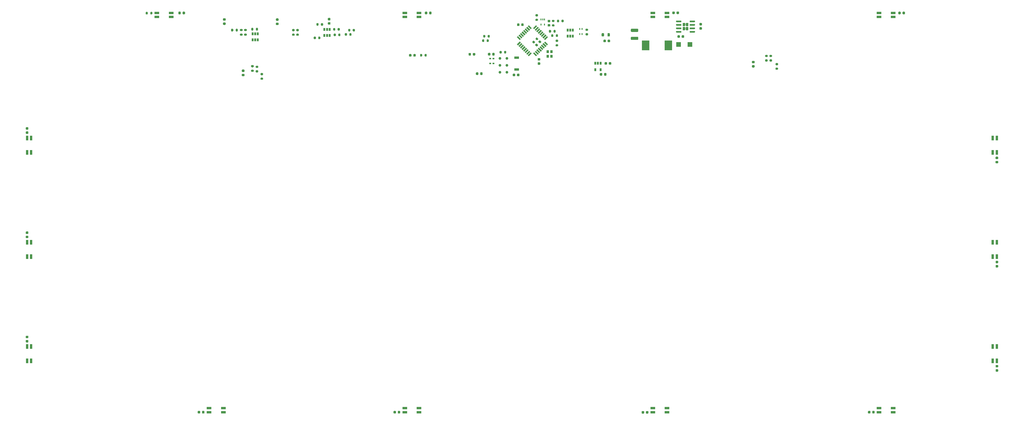
<source format=gbr>
%TF.GenerationSoftware,KiCad,Pcbnew,(5.1.8)-1*%
%TF.CreationDate,2021-09-26T17:56:29+10:00*%
%TF.ProjectId,tkl_keyboard,746b6c5f-6b65-4796-926f-6172642e6b69,rev?*%
%TF.SameCoordinates,Original*%
%TF.FileFunction,Paste,Top*%
%TF.FilePolarity,Positive*%
%FSLAX46Y46*%
G04 Gerber Fmt 4.6, Leading zero omitted, Abs format (unit mm)*
G04 Created by KiCad (PCBNEW (5.1.8)-1) date 2021-09-26 17:56:29*
%MOMM*%
%LPD*%
G01*
G04 APERTURE LIST*
%ADD10R,0.820000X1.800000*%
%ADD11R,1.800000X0.820000*%
%ADD12R,0.400000X0.650000*%
%ADD13R,0.700000X1.000000*%
%ADD14R,2.700000X3.600000*%
%ADD15R,1.800000X1.800000*%
%ADD16C,1.000000*%
%ADD17R,0.450000X0.750000*%
%ADD18R,1.700000X0.900000*%
%ADD19R,0.650000X1.060000*%
%ADD20C,0.100000*%
%ADD21R,0.850000X1.000000*%
%ADD22R,0.800000X0.600000*%
G04 APERTURE END LIST*
D10*
%TO.C,D180*%
X21475000Y-104993750D03*
X22975000Y-104993750D03*
X22975000Y-99793750D03*
X21475000Y-99793750D03*
%TD*%
%TO.C,D174*%
X21475000Y-143093750D03*
X22975000Y-143093750D03*
X22975000Y-137893750D03*
X21475000Y-137893750D03*
%TD*%
%TO.C,D167*%
X21475000Y-181193750D03*
X22975000Y-181193750D03*
X22975000Y-175993750D03*
X21475000Y-175993750D03*
%TD*%
D11*
%TO.C,D160*%
X93087500Y-199981250D03*
X93087500Y-198481250D03*
X87887500Y-198481250D03*
X87887500Y-199981250D03*
%TD*%
%TO.C,D31*%
X164525000Y-199981250D03*
X164525000Y-198481250D03*
X159325000Y-198481250D03*
X159325000Y-199981250D03*
%TD*%
%TO.C,D30*%
X332362500Y-54018750D03*
X332362500Y-55518750D03*
X337562500Y-55518750D03*
X337562500Y-54018750D03*
%TD*%
%TO.C,D29*%
X255012500Y-199981250D03*
X255012500Y-198481250D03*
X249812500Y-198481250D03*
X249812500Y-199981250D03*
%TD*%
%TO.C,D28*%
X249812500Y-54018750D03*
X249812500Y-55518750D03*
X255012500Y-55518750D03*
X255012500Y-54018750D03*
%TD*%
%TO.C,D22*%
X337562500Y-199981250D03*
X337562500Y-198481250D03*
X332362500Y-198481250D03*
X332362500Y-199981250D03*
%TD*%
%TO.C,D21*%
X159325000Y-54018750D03*
X159325000Y-55518750D03*
X164525000Y-55518750D03*
X164525000Y-54018750D03*
%TD*%
D10*
%TO.C,D15*%
X375400000Y-175993750D03*
X373900000Y-175993750D03*
X373900000Y-181193750D03*
X375400000Y-181193750D03*
%TD*%
D11*
%TO.C,D14*%
X68837500Y-54018750D03*
X68837500Y-55518750D03*
X74037500Y-55518750D03*
X74037500Y-54018750D03*
%TD*%
D10*
%TO.C,D8*%
X375400000Y-137893750D03*
X373900000Y-137893750D03*
X373900000Y-143093750D03*
X375400000Y-143093750D03*
%TD*%
%TO.C,D2*%
X375400000Y-99793750D03*
X373900000Y-99793750D03*
X373900000Y-104993750D03*
X375400000Y-104993750D03*
%TD*%
D12*
%TO.C,U10*%
X210347080Y-58298080D03*
X209047080Y-58298080D03*
X209697080Y-56398080D03*
X209047080Y-56398080D03*
X210347080Y-56398080D03*
%TD*%
%TO.C,R8*%
G36*
G01*
X207176960Y-56159720D02*
X207726960Y-56159720D01*
G75*
G02*
X207926960Y-56359720I0J-200000D01*
G01*
X207926960Y-56759720D01*
G75*
G02*
X207726960Y-56959720I-200000J0D01*
G01*
X207176960Y-56959720D01*
G75*
G02*
X206976960Y-56759720I0J200000D01*
G01*
X206976960Y-56359720D01*
G75*
G02*
X207176960Y-56159720I200000J0D01*
G01*
G37*
G36*
G01*
X207176960Y-54509720D02*
X207726960Y-54509720D01*
G75*
G02*
X207926960Y-54709720I0J-200000D01*
G01*
X207926960Y-55109720D01*
G75*
G02*
X207726960Y-55309720I-200000J0D01*
G01*
X207176960Y-55309720D01*
G75*
G02*
X206976960Y-55109720I0J200000D01*
G01*
X206976960Y-54709720D01*
G75*
G02*
X207176960Y-54509720I200000J0D01*
G01*
G37*
%TD*%
%TO.C,R46*%
G36*
G01*
X104942960Y-60239320D02*
X104942960Y-59689320D01*
G75*
G02*
X105142960Y-59489320I200000J0D01*
G01*
X105542960Y-59489320D01*
G75*
G02*
X105742960Y-59689320I0J-200000D01*
G01*
X105742960Y-60239320D01*
G75*
G02*
X105542960Y-60439320I-200000J0D01*
G01*
X105142960Y-60439320D01*
G75*
G02*
X104942960Y-60239320I0J200000D01*
G01*
G37*
G36*
G01*
X103292960Y-60239320D02*
X103292960Y-59689320D01*
G75*
G02*
X103492960Y-59489320I200000J0D01*
G01*
X103892960Y-59489320D01*
G75*
G02*
X104092960Y-59689320I0J-200000D01*
G01*
X104092960Y-60239320D01*
G75*
G02*
X103892960Y-60439320I-200000J0D01*
G01*
X103492960Y-60439320D01*
G75*
G02*
X103292960Y-60239320I0J200000D01*
G01*
G37*
%TD*%
%TO.C,R45*%
G36*
G01*
X96727960Y-60034760D02*
X96727960Y-60584760D01*
G75*
G02*
X96527960Y-60784760I-200000J0D01*
G01*
X96127960Y-60784760D01*
G75*
G02*
X95927960Y-60584760I0J200000D01*
G01*
X95927960Y-60034760D01*
G75*
G02*
X96127960Y-59834760I200000J0D01*
G01*
X96527960Y-59834760D01*
G75*
G02*
X96727960Y-60034760I0J-200000D01*
G01*
G37*
G36*
G01*
X98377960Y-60034760D02*
X98377960Y-60584760D01*
G75*
G02*
X98177960Y-60784760I-200000J0D01*
G01*
X97777960Y-60784760D01*
G75*
G02*
X97577960Y-60584760I0J200000D01*
G01*
X97577960Y-60034760D01*
G75*
G02*
X97777960Y-59834760I200000J0D01*
G01*
X98177960Y-59834760D01*
G75*
G02*
X98377960Y-60034760I0J-200000D01*
G01*
G37*
%TD*%
%TO.C,R44*%
G36*
G01*
X126877760Y-62869400D02*
X126877760Y-63419400D01*
G75*
G02*
X126677760Y-63619400I-200000J0D01*
G01*
X126277760Y-63619400D01*
G75*
G02*
X126077760Y-63419400I0J200000D01*
G01*
X126077760Y-62869400D01*
G75*
G02*
X126277760Y-62669400I200000J0D01*
G01*
X126677760Y-62669400D01*
G75*
G02*
X126877760Y-62869400I0J-200000D01*
G01*
G37*
G36*
G01*
X128527760Y-62869400D02*
X128527760Y-63419400D01*
G75*
G02*
X128327760Y-63619400I-200000J0D01*
G01*
X127927760Y-63619400D01*
G75*
G02*
X127727760Y-63419400I0J200000D01*
G01*
X127727760Y-62869400D01*
G75*
G02*
X127927760Y-62669400I200000J0D01*
G01*
X128327760Y-62669400D01*
G75*
G02*
X128527760Y-62869400I0J-200000D01*
G01*
G37*
%TD*%
%TO.C,R43*%
G36*
G01*
X127868360Y-57931640D02*
X127868360Y-58481640D01*
G75*
G02*
X127668360Y-58681640I-200000J0D01*
G01*
X127268360Y-58681640D01*
G75*
G02*
X127068360Y-58481640I0J200000D01*
G01*
X127068360Y-57931640D01*
G75*
G02*
X127268360Y-57731640I200000J0D01*
G01*
X127668360Y-57731640D01*
G75*
G02*
X127868360Y-57931640I0J-200000D01*
G01*
G37*
G36*
G01*
X129518360Y-57931640D02*
X129518360Y-58481640D01*
G75*
G02*
X129318360Y-58681640I-200000J0D01*
G01*
X128918360Y-58681640D01*
G75*
G02*
X128718360Y-58481640I0J200000D01*
G01*
X128718360Y-57931640D01*
G75*
G02*
X128918360Y-57731640I200000J0D01*
G01*
X129318360Y-57731640D01*
G75*
G02*
X129518360Y-57931640I0J-200000D01*
G01*
G37*
%TD*%
%TO.C,R42*%
G36*
G01*
X214548040Y-65471360D02*
X215098040Y-65471360D01*
G75*
G02*
X215298040Y-65671360I0J-200000D01*
G01*
X215298040Y-66071360D01*
G75*
G02*
X215098040Y-66271360I-200000J0D01*
G01*
X214548040Y-66271360D01*
G75*
G02*
X214348040Y-66071360I0J200000D01*
G01*
X214348040Y-65671360D01*
G75*
G02*
X214548040Y-65471360I200000J0D01*
G01*
G37*
G36*
G01*
X214548040Y-63821360D02*
X215098040Y-63821360D01*
G75*
G02*
X215298040Y-64021360I0J-200000D01*
G01*
X215298040Y-64421360D01*
G75*
G02*
X215098040Y-64621360I-200000J0D01*
G01*
X214548040Y-64621360D01*
G75*
G02*
X214348040Y-64421360I0J200000D01*
G01*
X214348040Y-64021360D01*
G75*
G02*
X214548040Y-63821360I200000J0D01*
G01*
G37*
%TD*%
%TO.C,R41*%
G36*
G01*
X134813360Y-60295200D02*
X134813360Y-59745200D01*
G75*
G02*
X135013360Y-59545200I200000J0D01*
G01*
X135413360Y-59545200D01*
G75*
G02*
X135613360Y-59745200I0J-200000D01*
G01*
X135613360Y-60295200D01*
G75*
G02*
X135413360Y-60495200I-200000J0D01*
G01*
X135013360Y-60495200D01*
G75*
G02*
X134813360Y-60295200I0J200000D01*
G01*
G37*
G36*
G01*
X133163360Y-60295200D02*
X133163360Y-59745200D01*
G75*
G02*
X133363360Y-59545200I200000J0D01*
G01*
X133763360Y-59545200D01*
G75*
G02*
X133963360Y-59745200I0J-200000D01*
G01*
X133963360Y-60295200D01*
G75*
G02*
X133763360Y-60495200I-200000J0D01*
G01*
X133363360Y-60495200D01*
G75*
G02*
X133163360Y-60295200I0J200000D01*
G01*
G37*
%TD*%
%TO.C,R40*%
G36*
G01*
X135031800Y-62317040D02*
X135031800Y-61767040D01*
G75*
G02*
X135231800Y-61567040I200000J0D01*
G01*
X135631800Y-61567040D01*
G75*
G02*
X135831800Y-61767040I0J-200000D01*
G01*
X135831800Y-62317040D01*
G75*
G02*
X135631800Y-62517040I-200000J0D01*
G01*
X135231800Y-62517040D01*
G75*
G02*
X135031800Y-62317040I0J200000D01*
G01*
G37*
G36*
G01*
X133381800Y-62317040D02*
X133381800Y-61767040D01*
G75*
G02*
X133581800Y-61567040I200000J0D01*
G01*
X133981800Y-61567040D01*
G75*
G02*
X134181800Y-61767040I0J-200000D01*
G01*
X134181800Y-62317040D01*
G75*
G02*
X133981800Y-62517040I-200000J0D01*
G01*
X133581800Y-62517040D01*
G75*
G02*
X133381800Y-62317040I0J200000D01*
G01*
G37*
%TD*%
%TO.C,C124*%
G36*
G01*
X100580000Y-75621000D02*
X100080000Y-75621000D01*
G75*
G02*
X99855000Y-75396000I0J225000D01*
G01*
X99855000Y-74946000D01*
G75*
G02*
X100080000Y-74721000I225000J0D01*
G01*
X100580000Y-74721000D01*
G75*
G02*
X100805000Y-74946000I0J-225000D01*
G01*
X100805000Y-75396000D01*
G75*
G02*
X100580000Y-75621000I-225000J0D01*
G01*
G37*
G36*
G01*
X100580000Y-77171000D02*
X100080000Y-77171000D01*
G75*
G02*
X99855000Y-76946000I0J225000D01*
G01*
X99855000Y-76496000D01*
G75*
G02*
X100080000Y-76271000I225000J0D01*
G01*
X100580000Y-76271000D01*
G75*
G02*
X100805000Y-76496000I0J-225000D01*
G01*
X100805000Y-76946000D01*
G75*
G02*
X100580000Y-77171000I-225000J0D01*
G01*
G37*
%TD*%
%TO.C,C123*%
G36*
G01*
X286762000Y-72446000D02*
X286262000Y-72446000D01*
G75*
G02*
X286037000Y-72221000I0J225000D01*
G01*
X286037000Y-71771000D01*
G75*
G02*
X286262000Y-71546000I225000J0D01*
G01*
X286762000Y-71546000D01*
G75*
G02*
X286987000Y-71771000I0J-225000D01*
G01*
X286987000Y-72221000D01*
G75*
G02*
X286762000Y-72446000I-225000J0D01*
G01*
G37*
G36*
G01*
X286762000Y-73996000D02*
X286262000Y-73996000D01*
G75*
G02*
X286037000Y-73771000I0J225000D01*
G01*
X286037000Y-73321000D01*
G75*
G02*
X286262000Y-73096000I225000J0D01*
G01*
X286762000Y-73096000D01*
G75*
G02*
X286987000Y-73321000I0J-225000D01*
G01*
X286987000Y-73771000D01*
G75*
G02*
X286762000Y-73996000I-225000J0D01*
G01*
G37*
%TD*%
%TO.C,C122*%
G36*
G01*
X246677000Y-199775000D02*
X246677000Y-200275000D01*
G75*
G02*
X246452000Y-200500000I-225000J0D01*
G01*
X246002000Y-200500000D01*
G75*
G02*
X245777000Y-200275000I0J225000D01*
G01*
X245777000Y-199775000D01*
G75*
G02*
X246002000Y-199550000I225000J0D01*
G01*
X246452000Y-199550000D01*
G75*
G02*
X246677000Y-199775000I0J-225000D01*
G01*
G37*
G36*
G01*
X248227000Y-199775000D02*
X248227000Y-200275000D01*
G75*
G02*
X248002000Y-200500000I-225000J0D01*
G01*
X247552000Y-200500000D01*
G75*
G02*
X247327000Y-200275000I0J225000D01*
G01*
X247327000Y-199775000D01*
G75*
G02*
X247552000Y-199550000I225000J0D01*
G01*
X248002000Y-199550000D01*
G75*
G02*
X248227000Y-199775000I0J-225000D01*
G01*
G37*
%TD*%
%TO.C,R15*%
G36*
G01*
X119907640Y-59926000D02*
X120457640Y-59926000D01*
G75*
G02*
X120657640Y-60126000I0J-200000D01*
G01*
X120657640Y-60526000D01*
G75*
G02*
X120457640Y-60726000I-200000J0D01*
G01*
X119907640Y-60726000D01*
G75*
G02*
X119707640Y-60526000I0J200000D01*
G01*
X119707640Y-60126000D01*
G75*
G02*
X119907640Y-59926000I200000J0D01*
G01*
G37*
G36*
G01*
X119907640Y-61576000D02*
X120457640Y-61576000D01*
G75*
G02*
X120657640Y-61776000I0J-200000D01*
G01*
X120657640Y-62176000D01*
G75*
G02*
X120457640Y-62376000I-200000J0D01*
G01*
X119907640Y-62376000D01*
G75*
G02*
X119707640Y-62176000I0J200000D01*
G01*
X119707640Y-61776000D01*
G75*
G02*
X119907640Y-61576000I200000J0D01*
G01*
G37*
%TD*%
%TO.C,R3*%
G36*
G01*
X165687800Y-69204800D02*
X165687800Y-69754800D01*
G75*
G02*
X165487800Y-69954800I-200000J0D01*
G01*
X165087800Y-69954800D01*
G75*
G02*
X164887800Y-69754800I0J200000D01*
G01*
X164887800Y-69204800D01*
G75*
G02*
X165087800Y-69004800I200000J0D01*
G01*
X165487800Y-69004800D01*
G75*
G02*
X165687800Y-69204800I0J-200000D01*
G01*
G37*
G36*
G01*
X167337800Y-69204800D02*
X167337800Y-69754800D01*
G75*
G02*
X167137800Y-69954800I-200000J0D01*
G01*
X166737800Y-69954800D01*
G75*
G02*
X166537800Y-69754800I0J200000D01*
G01*
X166537800Y-69204800D01*
G75*
G02*
X166737800Y-69004800I200000J0D01*
G01*
X167137800Y-69004800D01*
G75*
G02*
X167337800Y-69204800I0J-200000D01*
G01*
G37*
%TD*%
%TO.C,D194*%
G36*
G01*
X161752800Y-69263550D02*
X161752800Y-69776050D01*
G75*
G02*
X161534050Y-69994800I-218750J0D01*
G01*
X161096550Y-69994800D01*
G75*
G02*
X160877800Y-69776050I0J218750D01*
G01*
X160877800Y-69263550D01*
G75*
G02*
X161096550Y-69044800I218750J0D01*
G01*
X161534050Y-69044800D01*
G75*
G02*
X161752800Y-69263550I0J-218750D01*
G01*
G37*
G36*
G01*
X163327800Y-69263550D02*
X163327800Y-69776050D01*
G75*
G02*
X163109050Y-69994800I-218750J0D01*
G01*
X162671550Y-69994800D01*
G75*
G02*
X162452800Y-69776050I0J218750D01*
G01*
X162452800Y-69263550D01*
G75*
G02*
X162671550Y-69044800I218750J0D01*
G01*
X163109050Y-69044800D01*
G75*
G02*
X163327800Y-69263550I0J-218750D01*
G01*
G37*
%TD*%
D13*
%TO.C,U9*%
X230759000Y-74777300D03*
X228859000Y-74777300D03*
X228859000Y-72377300D03*
X229809000Y-72377300D03*
X230759000Y-72377300D03*
%TD*%
%TO.C,U2*%
G36*
G01*
X261662400Y-57894440D02*
X261662400Y-58644440D01*
G75*
G02*
X261432400Y-58874440I-230000J0D01*
G01*
X260972400Y-58874440D01*
G75*
G02*
X260742400Y-58644440I0J230000D01*
G01*
X260742400Y-57894440D01*
G75*
G02*
X260972400Y-57664440I230000J0D01*
G01*
X261432400Y-57664440D01*
G75*
G02*
X261662400Y-57894440I0J-230000D01*
G01*
G37*
G36*
G01*
X261662400Y-59394440D02*
X261662400Y-60144440D01*
G75*
G02*
X261432400Y-60374440I-230000J0D01*
G01*
X260972400Y-60374440D01*
G75*
G02*
X260742400Y-60144440I0J230000D01*
G01*
X260742400Y-59394440D01*
G75*
G02*
X260972400Y-59164440I230000J0D01*
G01*
X261432400Y-59164440D01*
G75*
G02*
X261662400Y-59394440I0J-230000D01*
G01*
G37*
G36*
G01*
X262802400Y-57894440D02*
X262802400Y-58644440D01*
G75*
G02*
X262572400Y-58874440I-230000J0D01*
G01*
X262112400Y-58874440D01*
G75*
G02*
X261882400Y-58644440I0J230000D01*
G01*
X261882400Y-57894440D01*
G75*
G02*
X262112400Y-57664440I230000J0D01*
G01*
X262572400Y-57664440D01*
G75*
G02*
X262802400Y-57894440I0J-230000D01*
G01*
G37*
G36*
G01*
X262802400Y-59394440D02*
X262802400Y-60144440D01*
G75*
G02*
X262572400Y-60374440I-230000J0D01*
G01*
X262112400Y-60374440D01*
G75*
G02*
X261882400Y-60144440I0J230000D01*
G01*
X261882400Y-59394440D01*
G75*
G02*
X262112400Y-59164440I230000J0D01*
G01*
X262572400Y-59164440D01*
G75*
G02*
X262802400Y-59394440I0J-230000D01*
G01*
G37*
G36*
G01*
X260272400Y-60774440D02*
X260272400Y-61074440D01*
G75*
G02*
X260122400Y-61224440I-150000J0D01*
G01*
X258472400Y-61224440D01*
G75*
G02*
X258322400Y-61074440I0J150000D01*
G01*
X258322400Y-60774440D01*
G75*
G02*
X258472400Y-60624440I150000J0D01*
G01*
X260122400Y-60624440D01*
G75*
G02*
X260272400Y-60774440I0J-150000D01*
G01*
G37*
G36*
G01*
X260272400Y-59504440D02*
X260272400Y-59804440D01*
G75*
G02*
X260122400Y-59954440I-150000J0D01*
G01*
X258472400Y-59954440D01*
G75*
G02*
X258322400Y-59804440I0J150000D01*
G01*
X258322400Y-59504440D01*
G75*
G02*
X258472400Y-59354440I150000J0D01*
G01*
X260122400Y-59354440D01*
G75*
G02*
X260272400Y-59504440I0J-150000D01*
G01*
G37*
G36*
G01*
X260272400Y-58234440D02*
X260272400Y-58534440D01*
G75*
G02*
X260122400Y-58684440I-150000J0D01*
G01*
X258472400Y-58684440D01*
G75*
G02*
X258322400Y-58534440I0J150000D01*
G01*
X258322400Y-58234440D01*
G75*
G02*
X258472400Y-58084440I150000J0D01*
G01*
X260122400Y-58084440D01*
G75*
G02*
X260272400Y-58234440I0J-150000D01*
G01*
G37*
G36*
G01*
X260272400Y-56964440D02*
X260272400Y-57264440D01*
G75*
G02*
X260122400Y-57414440I-150000J0D01*
G01*
X258472400Y-57414440D01*
G75*
G02*
X258322400Y-57264440I0J150000D01*
G01*
X258322400Y-56964440D01*
G75*
G02*
X258472400Y-56814440I150000J0D01*
G01*
X260122400Y-56814440D01*
G75*
G02*
X260272400Y-56964440I0J-150000D01*
G01*
G37*
G36*
G01*
X265222400Y-56964440D02*
X265222400Y-57264440D01*
G75*
G02*
X265072400Y-57414440I-150000J0D01*
G01*
X263422400Y-57414440D01*
G75*
G02*
X263272400Y-57264440I0J150000D01*
G01*
X263272400Y-56964440D01*
G75*
G02*
X263422400Y-56814440I150000J0D01*
G01*
X265072400Y-56814440D01*
G75*
G02*
X265222400Y-56964440I0J-150000D01*
G01*
G37*
G36*
G01*
X265222400Y-58234440D02*
X265222400Y-58534440D01*
G75*
G02*
X265072400Y-58684440I-150000J0D01*
G01*
X263422400Y-58684440D01*
G75*
G02*
X263272400Y-58534440I0J150000D01*
G01*
X263272400Y-58234440D01*
G75*
G02*
X263422400Y-58084440I150000J0D01*
G01*
X265072400Y-58084440D01*
G75*
G02*
X265222400Y-58234440I0J-150000D01*
G01*
G37*
G36*
G01*
X265222400Y-59504440D02*
X265222400Y-59804440D01*
G75*
G02*
X265072400Y-59954440I-150000J0D01*
G01*
X263422400Y-59954440D01*
G75*
G02*
X263272400Y-59804440I0J150000D01*
G01*
X263272400Y-59504440D01*
G75*
G02*
X263422400Y-59354440I150000J0D01*
G01*
X265072400Y-59354440D01*
G75*
G02*
X265222400Y-59504440I0J-150000D01*
G01*
G37*
G36*
G01*
X265222400Y-60774440D02*
X265222400Y-61074440D01*
G75*
G02*
X265072400Y-61224440I-150000J0D01*
G01*
X263422400Y-61224440D01*
G75*
G02*
X263272400Y-61074440I0J150000D01*
G01*
X263272400Y-60774440D01*
G75*
G02*
X263422400Y-60624440I150000J0D01*
G01*
X265072400Y-60624440D01*
G75*
G02*
X265222400Y-60774440I0J-150000D01*
G01*
G37*
%TD*%
D14*
%TO.C,L2*%
X247183000Y-65928240D03*
X255483000Y-65928240D03*
%TD*%
D15*
%TO.C,D1*%
X263410700Y-65572640D03*
X259210700Y-65572640D03*
%TD*%
%TO.C,C121*%
G36*
G01*
X244284681Y-60954080D02*
X242084679Y-60954080D01*
G75*
G02*
X241834680Y-60704081I0J249999D01*
G01*
X241834680Y-60054079D01*
G75*
G02*
X242084679Y-59804080I249999J0D01*
G01*
X244284681Y-59804080D01*
G75*
G02*
X244534680Y-60054079I0J-249999D01*
G01*
X244534680Y-60704081D01*
G75*
G02*
X244284681Y-60954080I-249999J0D01*
G01*
G37*
G36*
G01*
X244284681Y-63904080D02*
X242084679Y-63904080D01*
G75*
G02*
X241834680Y-63654081I0J249999D01*
G01*
X241834680Y-63004079D01*
G75*
G02*
X242084679Y-62754080I249999J0D01*
G01*
X244284681Y-62754080D01*
G75*
G02*
X244534680Y-63004079I0J-249999D01*
G01*
X244534680Y-63654081D01*
G75*
G02*
X244284681Y-63904080I-249999J0D01*
G01*
G37*
%TD*%
%TO.C,C120*%
G36*
G01*
X232049200Y-76724320D02*
X232049200Y-76224320D01*
G75*
G02*
X232274200Y-75999320I225000J0D01*
G01*
X232724200Y-75999320D01*
G75*
G02*
X232949200Y-76224320I0J-225000D01*
G01*
X232949200Y-76724320D01*
G75*
G02*
X232724200Y-76949320I-225000J0D01*
G01*
X232274200Y-76949320D01*
G75*
G02*
X232049200Y-76724320I0J225000D01*
G01*
G37*
G36*
G01*
X230499200Y-76724320D02*
X230499200Y-76224320D01*
G75*
G02*
X230724200Y-75999320I225000J0D01*
G01*
X231174200Y-75999320D01*
G75*
G02*
X231399200Y-76224320I0J-225000D01*
G01*
X231399200Y-76724320D01*
G75*
G02*
X231174200Y-76949320I-225000J0D01*
G01*
X230724200Y-76949320D01*
G75*
G02*
X230499200Y-76724320I0J225000D01*
G01*
G37*
%TD*%
%TO.C,C119*%
G36*
G01*
X259733200Y-62401640D02*
X259733200Y-62901640D01*
G75*
G02*
X259508200Y-63126640I-225000J0D01*
G01*
X259058200Y-63126640D01*
G75*
G02*
X258833200Y-62901640I0J225000D01*
G01*
X258833200Y-62401640D01*
G75*
G02*
X259058200Y-62176640I225000J0D01*
G01*
X259508200Y-62176640D01*
G75*
G02*
X259733200Y-62401640I0J-225000D01*
G01*
G37*
G36*
G01*
X261283200Y-62401640D02*
X261283200Y-62901640D01*
G75*
G02*
X261058200Y-63126640I-225000J0D01*
G01*
X260608200Y-63126640D01*
G75*
G02*
X260383200Y-62901640I0J225000D01*
G01*
X260383200Y-62401640D01*
G75*
G02*
X260608200Y-62176640I225000J0D01*
G01*
X261058200Y-62176640D01*
G75*
G02*
X261283200Y-62401640I0J-225000D01*
G01*
G37*
%TD*%
%TO.C,C5*%
G36*
G01*
X233791640Y-72726360D02*
X233791640Y-72226360D01*
G75*
G02*
X234016640Y-72001360I225000J0D01*
G01*
X234466640Y-72001360D01*
G75*
G02*
X234691640Y-72226360I0J-225000D01*
G01*
X234691640Y-72726360D01*
G75*
G02*
X234466640Y-72951360I-225000J0D01*
G01*
X234016640Y-72951360D01*
G75*
G02*
X233791640Y-72726360I0J225000D01*
G01*
G37*
G36*
G01*
X232241640Y-72726360D02*
X232241640Y-72226360D01*
G75*
G02*
X232466640Y-72001360I225000J0D01*
G01*
X232916640Y-72001360D01*
G75*
G02*
X233141640Y-72226360I0J-225000D01*
G01*
X233141640Y-72726360D01*
G75*
G02*
X232916640Y-72951360I-225000J0D01*
G01*
X232466640Y-72951360D01*
G75*
G02*
X232241640Y-72726360I0J225000D01*
G01*
G37*
%TD*%
%TO.C,C4*%
G36*
G01*
X267559600Y-58595080D02*
X267059600Y-58595080D01*
G75*
G02*
X266834600Y-58370080I0J225000D01*
G01*
X266834600Y-57920080D01*
G75*
G02*
X267059600Y-57695080I225000J0D01*
G01*
X267559600Y-57695080D01*
G75*
G02*
X267784600Y-57920080I0J-225000D01*
G01*
X267784600Y-58370080D01*
G75*
G02*
X267559600Y-58595080I-225000J0D01*
G01*
G37*
G36*
G01*
X267559600Y-60145080D02*
X267059600Y-60145080D01*
G75*
G02*
X266834600Y-59920080I0J225000D01*
G01*
X266834600Y-59470080D01*
G75*
G02*
X267059600Y-59245080I225000J0D01*
G01*
X267559600Y-59245080D01*
G75*
G02*
X267784600Y-59470080I0J-225000D01*
G01*
X267784600Y-59920080D01*
G75*
G02*
X267559600Y-60145080I-225000J0D01*
G01*
G37*
%TD*%
D16*
%TO.C,J5*%
X194030600Y-70637400D03*
X196570600Y-70637400D03*
X194030600Y-73177400D03*
X196570600Y-73177400D03*
X194030600Y-75717400D03*
X196570600Y-75717400D03*
%TD*%
%TO.C,C3*%
G36*
G01*
X234262080Y-64022160D02*
X234262080Y-64522160D01*
G75*
G02*
X234037080Y-64747160I-225000J0D01*
G01*
X233587080Y-64747160D01*
G75*
G02*
X233362080Y-64522160I0J225000D01*
G01*
X233362080Y-64022160D01*
G75*
G02*
X233587080Y-63797160I225000J0D01*
G01*
X234037080Y-63797160D01*
G75*
G02*
X234262080Y-64022160I0J-225000D01*
G01*
G37*
G36*
G01*
X232712080Y-64022160D02*
X232712080Y-64522160D01*
G75*
G02*
X232487080Y-64747160I-225000J0D01*
G01*
X232037080Y-64747160D01*
G75*
G02*
X231812080Y-64522160I0J225000D01*
G01*
X231812080Y-64022160D01*
G75*
G02*
X232037080Y-63797160I225000J0D01*
G01*
X232487080Y-63797160D01*
G75*
G02*
X232712080Y-64022160I0J-225000D01*
G01*
G37*
%TD*%
%TO.C,C6*%
G36*
G01*
X211687600Y-58097000D02*
X212187600Y-58097000D01*
G75*
G02*
X212412600Y-58322000I0J-225000D01*
G01*
X212412600Y-58772000D01*
G75*
G02*
X212187600Y-58997000I-225000J0D01*
G01*
X211687600Y-58997000D01*
G75*
G02*
X211462600Y-58772000I0J225000D01*
G01*
X211462600Y-58322000D01*
G75*
G02*
X211687600Y-58097000I225000J0D01*
G01*
G37*
G36*
G01*
X211687600Y-56547000D02*
X212187600Y-56547000D01*
G75*
G02*
X212412600Y-56772000I0J-225000D01*
G01*
X212412600Y-57222000D01*
G75*
G02*
X212187600Y-57447000I-225000J0D01*
G01*
X211687600Y-57447000D01*
G75*
G02*
X211462600Y-57222000I0J225000D01*
G01*
X211462600Y-56772000D01*
G75*
G02*
X211687600Y-56547000I225000J0D01*
G01*
G37*
%TD*%
%TO.C,C7*%
G36*
G01*
X208037620Y-70532240D02*
X208537620Y-70532240D01*
G75*
G02*
X208762620Y-70757240I0J-225000D01*
G01*
X208762620Y-71207240D01*
G75*
G02*
X208537620Y-71432240I-225000J0D01*
G01*
X208037620Y-71432240D01*
G75*
G02*
X207812620Y-71207240I0J225000D01*
G01*
X207812620Y-70757240D01*
G75*
G02*
X208037620Y-70532240I225000J0D01*
G01*
G37*
G36*
G01*
X208037620Y-72082240D02*
X208537620Y-72082240D01*
G75*
G02*
X208762620Y-72307240I0J-225000D01*
G01*
X208762620Y-72757240D01*
G75*
G02*
X208537620Y-72982240I-225000J0D01*
G01*
X208037620Y-72982240D01*
G75*
G02*
X207812620Y-72757240I0J225000D01*
G01*
X207812620Y-72307240D01*
G75*
G02*
X208037620Y-72082240I225000J0D01*
G01*
G37*
%TD*%
%TO.C,C8*%
G36*
G01*
X201178280Y-58098880D02*
X201178280Y-58598880D01*
G75*
G02*
X200953280Y-58823880I-225000J0D01*
G01*
X200503280Y-58823880D01*
G75*
G02*
X200278280Y-58598880I0J225000D01*
G01*
X200278280Y-58098880D01*
G75*
G02*
X200503280Y-57873880I225000J0D01*
G01*
X200953280Y-57873880D01*
G75*
G02*
X201178280Y-58098880I0J-225000D01*
G01*
G37*
G36*
G01*
X202728280Y-58098880D02*
X202728280Y-58598880D01*
G75*
G02*
X202503280Y-58823880I-225000J0D01*
G01*
X202053280Y-58823880D01*
G75*
G02*
X201828280Y-58598880I0J225000D01*
G01*
X201828280Y-58098880D01*
G75*
G02*
X202053280Y-57873880I225000J0D01*
G01*
X202503280Y-57873880D01*
G75*
G02*
X202728280Y-58098880I0J-225000D01*
G01*
G37*
%TD*%
%TO.C,C23*%
G36*
G01*
X329270180Y-199726740D02*
X329270180Y-200226740D01*
G75*
G02*
X329045180Y-200451740I-225000J0D01*
G01*
X328595180Y-200451740D01*
G75*
G02*
X328370180Y-200226740I0J225000D01*
G01*
X328370180Y-199726740D01*
G75*
G02*
X328595180Y-199501740I225000J0D01*
G01*
X329045180Y-199501740D01*
G75*
G02*
X329270180Y-199726740I0J-225000D01*
G01*
G37*
G36*
G01*
X330820180Y-199726740D02*
X330820180Y-200226740D01*
G75*
G02*
X330595180Y-200451740I-225000J0D01*
G01*
X330145180Y-200451740D01*
G75*
G02*
X329920180Y-200226740I0J225000D01*
G01*
X329920180Y-199726740D01*
G75*
G02*
X330145180Y-199501740I225000J0D01*
G01*
X330595180Y-199501740D01*
G75*
G02*
X330820180Y-199726740I0J-225000D01*
G01*
G37*
%TD*%
%TO.C,C25*%
G36*
G01*
X375156920Y-108115280D02*
X375656920Y-108115280D01*
G75*
G02*
X375881920Y-108340280I0J-225000D01*
G01*
X375881920Y-108790280D01*
G75*
G02*
X375656920Y-109015280I-225000J0D01*
G01*
X375156920Y-109015280D01*
G75*
G02*
X374931920Y-108790280I0J225000D01*
G01*
X374931920Y-108340280D01*
G75*
G02*
X375156920Y-108115280I225000J0D01*
G01*
G37*
G36*
G01*
X375156920Y-106565280D02*
X375656920Y-106565280D01*
G75*
G02*
X375881920Y-106790280I0J-225000D01*
G01*
X375881920Y-107240280D01*
G75*
G02*
X375656920Y-107465280I-225000J0D01*
G01*
X375156920Y-107465280D01*
G75*
G02*
X374931920Y-107240280I0J225000D01*
G01*
X374931920Y-106790280D01*
G75*
G02*
X375156920Y-106565280I225000J0D01*
G01*
G37*
%TD*%
%TO.C,C31*%
G36*
G01*
X339427400Y-54301200D02*
X339427400Y-53801200D01*
G75*
G02*
X339652400Y-53576200I225000J0D01*
G01*
X340102400Y-53576200D01*
G75*
G02*
X340327400Y-53801200I0J-225000D01*
G01*
X340327400Y-54301200D01*
G75*
G02*
X340102400Y-54526200I-225000J0D01*
G01*
X339652400Y-54526200D01*
G75*
G02*
X339427400Y-54301200I0J225000D01*
G01*
G37*
G36*
G01*
X340977400Y-54301200D02*
X340977400Y-53801200D01*
G75*
G02*
X341202400Y-53576200I225000J0D01*
G01*
X341652400Y-53576200D01*
G75*
G02*
X341877400Y-53801200I0J-225000D01*
G01*
X341877400Y-54301200D01*
G75*
G02*
X341652400Y-54526200I-225000J0D01*
G01*
X341202400Y-54526200D01*
G75*
G02*
X340977400Y-54301200I0J225000D01*
G01*
G37*
%TD*%
%TO.C,C32*%
G36*
G01*
X21720620Y-174485720D02*
X21220620Y-174485720D01*
G75*
G02*
X20995620Y-174260720I0J225000D01*
G01*
X20995620Y-173810720D01*
G75*
G02*
X21220620Y-173585720I225000J0D01*
G01*
X21720620Y-173585720D01*
G75*
G02*
X21945620Y-173810720I0J-225000D01*
G01*
X21945620Y-174260720D01*
G75*
G02*
X21720620Y-174485720I-225000J0D01*
G01*
G37*
G36*
G01*
X21720620Y-172935720D02*
X21220620Y-172935720D01*
G75*
G02*
X20995620Y-172710720I0J225000D01*
G01*
X20995620Y-172260720D01*
G75*
G02*
X21220620Y-172035720I225000J0D01*
G01*
X21720620Y-172035720D01*
G75*
G02*
X21945620Y-172260720I0J-225000D01*
G01*
X21945620Y-172710720D01*
G75*
G02*
X21720620Y-172935720I-225000J0D01*
G01*
G37*
%TD*%
%TO.C,C39*%
G36*
G01*
X86213100Y-199731820D02*
X86213100Y-200231820D01*
G75*
G02*
X85988100Y-200456820I-225000J0D01*
G01*
X85538100Y-200456820D01*
G75*
G02*
X85313100Y-200231820I0J225000D01*
G01*
X85313100Y-199731820D01*
G75*
G02*
X85538100Y-199506820I225000J0D01*
G01*
X85988100Y-199506820D01*
G75*
G02*
X86213100Y-199731820I0J-225000D01*
G01*
G37*
G36*
G01*
X84663100Y-199731820D02*
X84663100Y-200231820D01*
G75*
G02*
X84438100Y-200456820I-225000J0D01*
G01*
X83988100Y-200456820D01*
G75*
G02*
X83763100Y-200231820I0J225000D01*
G01*
X83763100Y-199731820D01*
G75*
G02*
X83988100Y-199506820I225000J0D01*
G01*
X84438100Y-199506820D01*
G75*
G02*
X84663100Y-199731820I0J-225000D01*
G01*
G37*
%TD*%
%TO.C,C42*%
G36*
G01*
X190568400Y-68863400D02*
X190568400Y-69363400D01*
G75*
G02*
X190343400Y-69588400I-225000J0D01*
G01*
X189893400Y-69588400D01*
G75*
G02*
X189668400Y-69363400I0J225000D01*
G01*
X189668400Y-68863400D01*
G75*
G02*
X189893400Y-68638400I225000J0D01*
G01*
X190343400Y-68638400D01*
G75*
G02*
X190568400Y-68863400I0J-225000D01*
G01*
G37*
G36*
G01*
X192118400Y-68863400D02*
X192118400Y-69363400D01*
G75*
G02*
X191893400Y-69588400I-225000J0D01*
G01*
X191443400Y-69588400D01*
G75*
G02*
X191218400Y-69363400I0J225000D01*
G01*
X191218400Y-68863400D01*
G75*
G02*
X191443400Y-68638400I225000J0D01*
G01*
X191893400Y-68638400D01*
G75*
G02*
X192118400Y-68863400I0J-225000D01*
G01*
G37*
%TD*%
%TO.C,C44*%
G36*
G01*
X187724200Y-75975400D02*
X187724200Y-76475400D01*
G75*
G02*
X187499200Y-76700400I-225000J0D01*
G01*
X187049200Y-76700400D01*
G75*
G02*
X186824200Y-76475400I0J225000D01*
G01*
X186824200Y-75975400D01*
G75*
G02*
X187049200Y-75750400I225000J0D01*
G01*
X187499200Y-75750400D01*
G75*
G02*
X187724200Y-75975400I0J-225000D01*
G01*
G37*
G36*
G01*
X186174200Y-75975400D02*
X186174200Y-76475400D01*
G75*
G02*
X185949200Y-76700400I-225000J0D01*
G01*
X185499200Y-76700400D01*
G75*
G02*
X185274200Y-76475400I0J225000D01*
G01*
X185274200Y-75975400D01*
G75*
G02*
X185499200Y-75750400I225000J0D01*
G01*
X185949200Y-75750400D01*
G75*
G02*
X186174200Y-75975400I0J-225000D01*
G01*
G37*
%TD*%
%TO.C,C45*%
G36*
G01*
X183494500Y-68876100D02*
X183494500Y-69376100D01*
G75*
G02*
X183269500Y-69601100I-225000J0D01*
G01*
X182819500Y-69601100D01*
G75*
G02*
X182594500Y-69376100I0J225000D01*
G01*
X182594500Y-68876100D01*
G75*
G02*
X182819500Y-68651100I225000J0D01*
G01*
X183269500Y-68651100D01*
G75*
G02*
X183494500Y-68876100I0J-225000D01*
G01*
G37*
G36*
G01*
X185044500Y-68876100D02*
X185044500Y-69376100D01*
G75*
G02*
X184819500Y-69601100I-225000J0D01*
G01*
X184369500Y-69601100D01*
G75*
G02*
X184144500Y-69376100I0J225000D01*
G01*
X184144500Y-68876100D01*
G75*
G02*
X184369500Y-68651100I225000J0D01*
G01*
X184819500Y-68651100D01*
G75*
G02*
X185044500Y-68876100I0J-225000D01*
G01*
G37*
%TD*%
%TO.C,C46*%
G36*
G01*
X200273500Y-76947840D02*
X200273500Y-76447840D01*
G75*
G02*
X200498500Y-76222840I225000J0D01*
G01*
X200948500Y-76222840D01*
G75*
G02*
X201173500Y-76447840I0J-225000D01*
G01*
X201173500Y-76947840D01*
G75*
G02*
X200948500Y-77172840I-225000J0D01*
G01*
X200498500Y-77172840D01*
G75*
G02*
X200273500Y-76947840I0J225000D01*
G01*
G37*
G36*
G01*
X198723500Y-76947840D02*
X198723500Y-76447840D01*
G75*
G02*
X198948500Y-76222840I225000J0D01*
G01*
X199398500Y-76222840D01*
G75*
G02*
X199623500Y-76447840I0J-225000D01*
G01*
X199623500Y-76947840D01*
G75*
G02*
X199398500Y-77172840I-225000J0D01*
G01*
X198948500Y-77172840D01*
G75*
G02*
X198723500Y-76947840I0J225000D01*
G01*
G37*
%TD*%
%TO.C,C59*%
G36*
G01*
X168196440Y-54288500D02*
X168196440Y-53788500D01*
G75*
G02*
X168421440Y-53563500I225000J0D01*
G01*
X168871440Y-53563500D01*
G75*
G02*
X169096440Y-53788500I0J-225000D01*
G01*
X169096440Y-54288500D01*
G75*
G02*
X168871440Y-54513500I-225000J0D01*
G01*
X168421440Y-54513500D01*
G75*
G02*
X168196440Y-54288500I0J225000D01*
G01*
G37*
G36*
G01*
X166646440Y-54288500D02*
X166646440Y-53788500D01*
G75*
G02*
X166871440Y-53563500I225000J0D01*
G01*
X167321440Y-53563500D01*
G75*
G02*
X167546440Y-53788500I0J-225000D01*
G01*
X167546440Y-54288500D01*
G75*
G02*
X167321440Y-54513500I-225000J0D01*
G01*
X166871440Y-54513500D01*
G75*
G02*
X166646440Y-54288500I0J225000D01*
G01*
G37*
%TD*%
%TO.C,C72*%
G36*
G01*
X256953600Y-54225000D02*
X256953600Y-53725000D01*
G75*
G02*
X257178600Y-53500000I225000J0D01*
G01*
X257628600Y-53500000D01*
G75*
G02*
X257853600Y-53725000I0J-225000D01*
G01*
X257853600Y-54225000D01*
G75*
G02*
X257628600Y-54450000I-225000J0D01*
G01*
X257178600Y-54450000D01*
G75*
G02*
X256953600Y-54225000I0J225000D01*
G01*
G37*
G36*
G01*
X258503600Y-54225000D02*
X258503600Y-53725000D01*
G75*
G02*
X258728600Y-53500000I225000J0D01*
G01*
X259178600Y-53500000D01*
G75*
G02*
X259403600Y-53725000I0J-225000D01*
G01*
X259403600Y-54225000D01*
G75*
G02*
X259178600Y-54450000I-225000J0D01*
G01*
X258728600Y-54450000D01*
G75*
G02*
X258503600Y-54225000I0J225000D01*
G01*
G37*
%TD*%
%TO.C,C74*%
G36*
G01*
X78225230Y-54291040D02*
X78225230Y-53791040D01*
G75*
G02*
X78450230Y-53566040I225000J0D01*
G01*
X78900230Y-53566040D01*
G75*
G02*
X79125230Y-53791040I0J-225000D01*
G01*
X79125230Y-54291040D01*
G75*
G02*
X78900230Y-54516040I-225000J0D01*
G01*
X78450230Y-54516040D01*
G75*
G02*
X78225230Y-54291040I0J225000D01*
G01*
G37*
G36*
G01*
X76675230Y-54291040D02*
X76675230Y-53791040D01*
G75*
G02*
X76900230Y-53566040I225000J0D01*
G01*
X77350230Y-53566040D01*
G75*
G02*
X77575230Y-53791040I0J-225000D01*
G01*
X77575230Y-54291040D01*
G75*
G02*
X77350230Y-54516040I-225000J0D01*
G01*
X76900230Y-54516040D01*
G75*
G02*
X76675230Y-54291040I0J225000D01*
G01*
G37*
%TD*%
%TO.C,C75*%
G36*
G01*
X375172160Y-182719560D02*
X375672160Y-182719560D01*
G75*
G02*
X375897160Y-182944560I0J-225000D01*
G01*
X375897160Y-183394560D01*
G75*
G02*
X375672160Y-183619560I-225000J0D01*
G01*
X375172160Y-183619560D01*
G75*
G02*
X374947160Y-183394560I0J225000D01*
G01*
X374947160Y-182944560D01*
G75*
G02*
X375172160Y-182719560I225000J0D01*
G01*
G37*
G36*
G01*
X375172160Y-184269560D02*
X375672160Y-184269560D01*
G75*
G02*
X375897160Y-184494560I0J-225000D01*
G01*
X375897160Y-184944560D01*
G75*
G02*
X375672160Y-185169560I-225000J0D01*
G01*
X375172160Y-185169560D01*
G75*
G02*
X374947160Y-184944560I0J225000D01*
G01*
X374947160Y-184494560D01*
G75*
G02*
X375172160Y-184269560I225000J0D01*
G01*
G37*
%TD*%
%TO.C,C87*%
G36*
G01*
X375167080Y-144629720D02*
X375667080Y-144629720D01*
G75*
G02*
X375892080Y-144854720I0J-225000D01*
G01*
X375892080Y-145304720D01*
G75*
G02*
X375667080Y-145529720I-225000J0D01*
G01*
X375167080Y-145529720D01*
G75*
G02*
X374942080Y-145304720I0J225000D01*
G01*
X374942080Y-144854720D01*
G75*
G02*
X375167080Y-144629720I225000J0D01*
G01*
G37*
G36*
G01*
X375167080Y-146179720D02*
X375667080Y-146179720D01*
G75*
G02*
X375892080Y-146404720I0J-225000D01*
G01*
X375892080Y-146854720D01*
G75*
G02*
X375667080Y-147079720I-225000J0D01*
G01*
X375167080Y-147079720D01*
G75*
G02*
X374942080Y-146854720I0J225000D01*
G01*
X374942080Y-146404720D01*
G75*
G02*
X375167080Y-146179720I225000J0D01*
G01*
G37*
%TD*%
%TO.C,C88*%
G36*
G01*
X21718080Y-136373020D02*
X21218080Y-136373020D01*
G75*
G02*
X20993080Y-136148020I0J225000D01*
G01*
X20993080Y-135698020D01*
G75*
G02*
X21218080Y-135473020I225000J0D01*
G01*
X21718080Y-135473020D01*
G75*
G02*
X21943080Y-135698020I0J-225000D01*
G01*
X21943080Y-136148020D01*
G75*
G02*
X21718080Y-136373020I-225000J0D01*
G01*
G37*
G36*
G01*
X21718080Y-134823020D02*
X21218080Y-134823020D01*
G75*
G02*
X20993080Y-134598020I0J225000D01*
G01*
X20993080Y-134148020D01*
G75*
G02*
X21218080Y-133923020I225000J0D01*
G01*
X21718080Y-133923020D01*
G75*
G02*
X21943080Y-134148020I0J-225000D01*
G01*
X21943080Y-134598020D01*
G75*
G02*
X21718080Y-134823020I-225000J0D01*
G01*
G37*
%TD*%
%TO.C,C101*%
G36*
G01*
X21730780Y-96700160D02*
X21230780Y-96700160D01*
G75*
G02*
X21005780Y-96475160I0J225000D01*
G01*
X21005780Y-96025160D01*
G75*
G02*
X21230780Y-95800160I225000J0D01*
G01*
X21730780Y-95800160D01*
G75*
G02*
X21955780Y-96025160I0J-225000D01*
G01*
X21955780Y-96475160D01*
G75*
G02*
X21730780Y-96700160I-225000J0D01*
G01*
G37*
G36*
G01*
X21730780Y-98250160D02*
X21230780Y-98250160D01*
G75*
G02*
X21005780Y-98025160I0J225000D01*
G01*
X21005780Y-97575160D01*
G75*
G02*
X21230780Y-97350160I225000J0D01*
G01*
X21730780Y-97350160D01*
G75*
G02*
X21955780Y-97575160I0J-225000D01*
G01*
X21955780Y-98025160D01*
G75*
G02*
X21730780Y-98250160I-225000J0D01*
G01*
G37*
%TD*%
%TO.C,C114*%
G36*
G01*
X157663300Y-199741980D02*
X157663300Y-200241980D01*
G75*
G02*
X157438300Y-200466980I-225000J0D01*
G01*
X156988300Y-200466980D01*
G75*
G02*
X156763300Y-200241980I0J225000D01*
G01*
X156763300Y-199741980D01*
G75*
G02*
X156988300Y-199516980I225000J0D01*
G01*
X157438300Y-199516980D01*
G75*
G02*
X157663300Y-199741980I0J-225000D01*
G01*
G37*
G36*
G01*
X156113300Y-199741980D02*
X156113300Y-200241980D01*
G75*
G02*
X155888300Y-200466980I-225000J0D01*
G01*
X155438300Y-200466980D01*
G75*
G02*
X155213300Y-200241980I0J225000D01*
G01*
X155213300Y-199741980D01*
G75*
G02*
X155438300Y-199516980I225000J0D01*
G01*
X155888300Y-199516980D01*
G75*
G02*
X156113300Y-199741980I0J-225000D01*
G01*
G37*
%TD*%
%TO.C,C116*%
G36*
G01*
X131974400Y-56761200D02*
X131474400Y-56761200D01*
G75*
G02*
X131249400Y-56536200I0J225000D01*
G01*
X131249400Y-56086200D01*
G75*
G02*
X131474400Y-55861200I225000J0D01*
G01*
X131974400Y-55861200D01*
G75*
G02*
X132199400Y-56086200I0J-225000D01*
G01*
X132199400Y-56536200D01*
G75*
G02*
X131974400Y-56761200I-225000J0D01*
G01*
G37*
G36*
G01*
X131974400Y-58311200D02*
X131474400Y-58311200D01*
G75*
G02*
X131249400Y-58086200I0J225000D01*
G01*
X131249400Y-57636200D01*
G75*
G02*
X131474400Y-57411200I225000J0D01*
G01*
X131974400Y-57411200D01*
G75*
G02*
X132199400Y-57636200I0J-225000D01*
G01*
X132199400Y-58086200D01*
G75*
G02*
X131974400Y-58311200I-225000J0D01*
G01*
G37*
%TD*%
%TO.C,C117*%
G36*
G01*
X113026000Y-58463600D02*
X112526000Y-58463600D01*
G75*
G02*
X112301000Y-58238600I0J225000D01*
G01*
X112301000Y-57788600D01*
G75*
G02*
X112526000Y-57563600I225000J0D01*
G01*
X113026000Y-57563600D01*
G75*
G02*
X113251000Y-57788600I0J-225000D01*
G01*
X113251000Y-58238600D01*
G75*
G02*
X113026000Y-58463600I-225000J0D01*
G01*
G37*
G36*
G01*
X113026000Y-56913600D02*
X112526000Y-56913600D01*
G75*
G02*
X112301000Y-56688600I0J225000D01*
G01*
X112301000Y-56238600D01*
G75*
G02*
X112526000Y-56013600I225000J0D01*
G01*
X113026000Y-56013600D01*
G75*
G02*
X113251000Y-56238600I0J-225000D01*
G01*
X113251000Y-56688600D01*
G75*
G02*
X113026000Y-56913600I-225000J0D01*
G01*
G37*
%TD*%
%TO.C,C118*%
G36*
G01*
X93722000Y-58412800D02*
X93222000Y-58412800D01*
G75*
G02*
X92997000Y-58187800I0J225000D01*
G01*
X92997000Y-57737800D01*
G75*
G02*
X93222000Y-57512800I225000J0D01*
G01*
X93722000Y-57512800D01*
G75*
G02*
X93947000Y-57737800I0J-225000D01*
G01*
X93947000Y-58187800D01*
G75*
G02*
X93722000Y-58412800I-225000J0D01*
G01*
G37*
G36*
G01*
X93722000Y-56862800D02*
X93222000Y-56862800D01*
G75*
G02*
X92997000Y-56637800I0J225000D01*
G01*
X92997000Y-56187800D01*
G75*
G02*
X93222000Y-55962800I225000J0D01*
G01*
X93722000Y-55962800D01*
G75*
G02*
X93947000Y-56187800I0J-225000D01*
G01*
X93947000Y-56637800D01*
G75*
G02*
X93722000Y-56862800I-225000J0D01*
G01*
G37*
%TD*%
%TO.C,FB3*%
G36*
G01*
X232049940Y-61635390D02*
X232049940Y-62397890D01*
G75*
G02*
X231831190Y-62616640I-218750J0D01*
G01*
X231393690Y-62616640D01*
G75*
G02*
X231174940Y-62397890I0J218750D01*
G01*
X231174940Y-61635390D01*
G75*
G02*
X231393690Y-61416640I218750J0D01*
G01*
X231831190Y-61416640D01*
G75*
G02*
X232049940Y-61635390I0J-218750D01*
G01*
G37*
G36*
G01*
X234174940Y-61635390D02*
X234174940Y-62397890D01*
G75*
G02*
X233956190Y-62616640I-218750J0D01*
G01*
X233518690Y-62616640D01*
G75*
G02*
X233299940Y-62397890I0J218750D01*
G01*
X233299940Y-61635390D01*
G75*
G02*
X233518690Y-61416640I218750J0D01*
G01*
X233956190Y-61416640D01*
G75*
G02*
X234174940Y-61635390I0J-218750D01*
G01*
G37*
%TD*%
D17*
%TO.C,L1*%
X223186040Y-61742760D03*
X223986040Y-61742760D03*
X223986040Y-59892760D03*
X223186040Y-59892760D03*
%TD*%
%TO.C,R1*%
G36*
G01*
X214853300Y-57259900D02*
X214853300Y-56709900D01*
G75*
G02*
X215053300Y-56509900I200000J0D01*
G01*
X215453300Y-56509900D01*
G75*
G02*
X215653300Y-56709900I0J-200000D01*
G01*
X215653300Y-57259900D01*
G75*
G02*
X215453300Y-57459900I-200000J0D01*
G01*
X215053300Y-57459900D01*
G75*
G02*
X214853300Y-57259900I0J200000D01*
G01*
G37*
G36*
G01*
X216503300Y-57259900D02*
X216503300Y-56709900D01*
G75*
G02*
X216703300Y-56509900I200000J0D01*
G01*
X217103300Y-56509900D01*
G75*
G02*
X217303300Y-56709900I0J-200000D01*
G01*
X217303300Y-57259900D01*
G75*
G02*
X217103300Y-57459900I-200000J0D01*
G01*
X216703300Y-57459900D01*
G75*
G02*
X216503300Y-57259900I0J200000D01*
G01*
G37*
%TD*%
%TO.C,R2*%
G36*
G01*
X226014960Y-60572600D02*
X225464960Y-60572600D01*
G75*
G02*
X225264960Y-60372600I0J200000D01*
G01*
X225264960Y-59972600D01*
G75*
G02*
X225464960Y-59772600I200000J0D01*
G01*
X226014960Y-59772600D01*
G75*
G02*
X226214960Y-59972600I0J-200000D01*
G01*
X226214960Y-60372600D01*
G75*
G02*
X226014960Y-60572600I-200000J0D01*
G01*
G37*
G36*
G01*
X226014960Y-62222600D02*
X225464960Y-62222600D01*
G75*
G02*
X225264960Y-62022600I0J200000D01*
G01*
X225264960Y-61622600D01*
G75*
G02*
X225464960Y-61422600I200000J0D01*
G01*
X226014960Y-61422600D01*
G75*
G02*
X226214960Y-61622600I0J-200000D01*
G01*
X226214960Y-62022600D01*
G75*
G02*
X226014960Y-62222600I-200000J0D01*
G01*
G37*
%TD*%
%TO.C,R5*%
G36*
G01*
X211931300Y-61006400D02*
X211931300Y-60456400D01*
G75*
G02*
X212131300Y-60256400I200000J0D01*
G01*
X212531300Y-60256400D01*
G75*
G02*
X212731300Y-60456400I0J-200000D01*
G01*
X212731300Y-61006400D01*
G75*
G02*
X212531300Y-61206400I-200000J0D01*
G01*
X212131300Y-61206400D01*
G75*
G02*
X211931300Y-61006400I0J200000D01*
G01*
G37*
G36*
G01*
X213581300Y-61006400D02*
X213581300Y-60456400D01*
G75*
G02*
X213781300Y-60256400I200000J0D01*
G01*
X214181300Y-60256400D01*
G75*
G02*
X214381300Y-60456400I0J-200000D01*
G01*
X214381300Y-61006400D01*
G75*
G02*
X214181300Y-61206400I-200000J0D01*
G01*
X213781300Y-61206400D01*
G75*
G02*
X213581300Y-61006400I0J200000D01*
G01*
G37*
%TD*%
%TO.C,R6*%
G36*
G01*
X214415420Y-62604060D02*
X214415420Y-62054060D01*
G75*
G02*
X214615420Y-61854060I200000J0D01*
G01*
X215015420Y-61854060D01*
G75*
G02*
X215215420Y-62054060I0J-200000D01*
G01*
X215215420Y-62604060D01*
G75*
G02*
X215015420Y-62804060I-200000J0D01*
G01*
X214615420Y-62804060D01*
G75*
G02*
X214415420Y-62604060I0J200000D01*
G01*
G37*
G36*
G01*
X212765420Y-62604060D02*
X212765420Y-62054060D01*
G75*
G02*
X212965420Y-61854060I200000J0D01*
G01*
X213365420Y-61854060D01*
G75*
G02*
X213565420Y-62054060I0J-200000D01*
G01*
X213565420Y-62604060D01*
G75*
G02*
X213365420Y-62804060I-200000J0D01*
G01*
X212965420Y-62804060D01*
G75*
G02*
X212765420Y-62604060I0J200000D01*
G01*
G37*
%TD*%
%TO.C,R10*%
G36*
G01*
X213227240Y-56542720D02*
X213777240Y-56542720D01*
G75*
G02*
X213977240Y-56742720I0J-200000D01*
G01*
X213977240Y-57142720D01*
G75*
G02*
X213777240Y-57342720I-200000J0D01*
G01*
X213227240Y-57342720D01*
G75*
G02*
X213027240Y-57142720I0J200000D01*
G01*
X213027240Y-56742720D01*
G75*
G02*
X213227240Y-56542720I200000J0D01*
G01*
G37*
G36*
G01*
X213227240Y-58192720D02*
X213777240Y-58192720D01*
G75*
G02*
X213977240Y-58392720I0J-200000D01*
G01*
X213977240Y-58792720D01*
G75*
G02*
X213777240Y-58992720I-200000J0D01*
G01*
X213227240Y-58992720D01*
G75*
G02*
X213027240Y-58792720I0J200000D01*
G01*
X213027240Y-58392720D01*
G75*
G02*
X213227240Y-58192720I200000J0D01*
G01*
G37*
%TD*%
%TO.C,R12*%
G36*
G01*
X137433600Y-62174800D02*
X137433600Y-61624800D01*
G75*
G02*
X137633600Y-61424800I200000J0D01*
G01*
X138033600Y-61424800D01*
G75*
G02*
X138233600Y-61624800I0J-200000D01*
G01*
X138233600Y-62174800D01*
G75*
G02*
X138033600Y-62374800I-200000J0D01*
G01*
X137633600Y-62374800D01*
G75*
G02*
X137433600Y-62174800I0J200000D01*
G01*
G37*
G36*
G01*
X139083600Y-62174800D02*
X139083600Y-61624800D01*
G75*
G02*
X139283600Y-61424800I200000J0D01*
G01*
X139683600Y-61424800D01*
G75*
G02*
X139883600Y-61624800I0J-200000D01*
G01*
X139883600Y-62174800D01*
G75*
G02*
X139683600Y-62374800I-200000J0D01*
G01*
X139283600Y-62374800D01*
G75*
G02*
X139083600Y-62174800I0J200000D01*
G01*
G37*
%TD*%
%TO.C,R13*%
G36*
G01*
X138678200Y-60600000D02*
X138678200Y-60050000D01*
G75*
G02*
X138878200Y-59850000I200000J0D01*
G01*
X139278200Y-59850000D01*
G75*
G02*
X139478200Y-60050000I0J-200000D01*
G01*
X139478200Y-60600000D01*
G75*
G02*
X139278200Y-60800000I-200000J0D01*
G01*
X138878200Y-60800000D01*
G75*
G02*
X138678200Y-60600000I0J200000D01*
G01*
G37*
G36*
G01*
X140328200Y-60600000D02*
X140328200Y-60050000D01*
G75*
G02*
X140528200Y-59850000I200000J0D01*
G01*
X140928200Y-59850000D01*
G75*
G02*
X141128200Y-60050000I0J-200000D01*
G01*
X141128200Y-60600000D01*
G75*
G02*
X140928200Y-60800000I-200000J0D01*
G01*
X140528200Y-60800000D01*
G75*
G02*
X140328200Y-60600000I0J200000D01*
G01*
G37*
%TD*%
%TO.C,R14*%
G36*
G01*
X118383640Y-61576000D02*
X118933640Y-61576000D01*
G75*
G02*
X119133640Y-61776000I0J-200000D01*
G01*
X119133640Y-62176000D01*
G75*
G02*
X118933640Y-62376000I-200000J0D01*
G01*
X118383640Y-62376000D01*
G75*
G02*
X118183640Y-62176000I0J200000D01*
G01*
X118183640Y-61776000D01*
G75*
G02*
X118383640Y-61576000I200000J0D01*
G01*
G37*
G36*
G01*
X118383640Y-59926000D02*
X118933640Y-59926000D01*
G75*
G02*
X119133640Y-60126000I0J-200000D01*
G01*
X119133640Y-60526000D01*
G75*
G02*
X118933640Y-60726000I-200000J0D01*
G01*
X118383640Y-60726000D01*
G75*
G02*
X118183640Y-60526000I0J200000D01*
G01*
X118183640Y-60126000D01*
G75*
G02*
X118383640Y-59926000I200000J0D01*
G01*
G37*
%TD*%
%TO.C,R16*%
G36*
G01*
X99366660Y-61540440D02*
X99916660Y-61540440D01*
G75*
G02*
X100116660Y-61740440I0J-200000D01*
G01*
X100116660Y-62140440D01*
G75*
G02*
X99916660Y-62340440I-200000J0D01*
G01*
X99366660Y-62340440D01*
G75*
G02*
X99166660Y-62140440I0J200000D01*
G01*
X99166660Y-61740440D01*
G75*
G02*
X99366660Y-61540440I200000J0D01*
G01*
G37*
G36*
G01*
X99366660Y-59890440D02*
X99916660Y-59890440D01*
G75*
G02*
X100116660Y-60090440I0J-200000D01*
G01*
X100116660Y-60490440D01*
G75*
G02*
X99916660Y-60690440I-200000J0D01*
G01*
X99366660Y-60690440D01*
G75*
G02*
X99166660Y-60490440I0J200000D01*
G01*
X99166660Y-60090440D01*
G75*
G02*
X99366660Y-59890440I200000J0D01*
G01*
G37*
%TD*%
%TO.C,R17*%
G36*
G01*
X100890660Y-59890440D02*
X101440660Y-59890440D01*
G75*
G02*
X101640660Y-60090440I0J-200000D01*
G01*
X101640660Y-60490440D01*
G75*
G02*
X101440660Y-60690440I-200000J0D01*
G01*
X100890660Y-60690440D01*
G75*
G02*
X100690660Y-60490440I0J200000D01*
G01*
X100690660Y-60090440D01*
G75*
G02*
X100890660Y-59890440I200000J0D01*
G01*
G37*
G36*
G01*
X100890660Y-61540440D02*
X101440660Y-61540440D01*
G75*
G02*
X101640660Y-61740440I0J-200000D01*
G01*
X101640660Y-62140440D01*
G75*
G02*
X101440660Y-62340440I-200000J0D01*
G01*
X100890660Y-62340440D01*
G75*
G02*
X100690660Y-62140440I0J200000D01*
G01*
X100690660Y-61740440D01*
G75*
G02*
X100890660Y-61540440I200000J0D01*
G01*
G37*
%TD*%
%TO.C,R20*%
G36*
G01*
X64767240Y-54385890D02*
X64767240Y-53835890D01*
G75*
G02*
X64967240Y-53635890I200000J0D01*
G01*
X65367240Y-53635890D01*
G75*
G02*
X65567240Y-53835890I0J-200000D01*
G01*
X65567240Y-54385890D01*
G75*
G02*
X65367240Y-54585890I-200000J0D01*
G01*
X64967240Y-54585890D01*
G75*
G02*
X64767240Y-54385890I0J200000D01*
G01*
G37*
G36*
G01*
X66417240Y-54385890D02*
X66417240Y-53835890D01*
G75*
G02*
X66617240Y-53635890I200000J0D01*
G01*
X67017240Y-53635890D01*
G75*
G02*
X67217240Y-53835890I0J-200000D01*
G01*
X67217240Y-54385890D01*
G75*
G02*
X67017240Y-54585890I-200000J0D01*
G01*
X66617240Y-54585890D01*
G75*
G02*
X66417240Y-54385890I0J200000D01*
G01*
G37*
%TD*%
%TO.C,R22*%
G36*
G01*
X193911000Y-68651800D02*
X193911000Y-68101800D01*
G75*
G02*
X194111000Y-67901800I200000J0D01*
G01*
X194511000Y-67901800D01*
G75*
G02*
X194711000Y-68101800I0J-200000D01*
G01*
X194711000Y-68651800D01*
G75*
G02*
X194511000Y-68851800I-200000J0D01*
G01*
X194111000Y-68851800D01*
G75*
G02*
X193911000Y-68651800I0J200000D01*
G01*
G37*
G36*
G01*
X195561000Y-68651800D02*
X195561000Y-68101800D01*
G75*
G02*
X195761000Y-67901800I200000J0D01*
G01*
X196161000Y-67901800D01*
G75*
G02*
X196361000Y-68101800I0J-200000D01*
G01*
X196361000Y-68651800D01*
G75*
G02*
X196161000Y-68851800I-200000J0D01*
G01*
X195761000Y-68851800D01*
G75*
G02*
X195561000Y-68651800I0J200000D01*
G01*
G37*
%TD*%
%TO.C,R24*%
G36*
G01*
X103433200Y-73108600D02*
X103983200Y-73108600D01*
G75*
G02*
X104183200Y-73308600I0J-200000D01*
G01*
X104183200Y-73708600D01*
G75*
G02*
X103983200Y-73908600I-200000J0D01*
G01*
X103433200Y-73908600D01*
G75*
G02*
X103233200Y-73708600I0J200000D01*
G01*
X103233200Y-73308600D01*
G75*
G02*
X103433200Y-73108600I200000J0D01*
G01*
G37*
G36*
G01*
X103433200Y-74758600D02*
X103983200Y-74758600D01*
G75*
G02*
X104183200Y-74958600I0J-200000D01*
G01*
X104183200Y-75358600D01*
G75*
G02*
X103983200Y-75558600I-200000J0D01*
G01*
X103433200Y-75558600D01*
G75*
G02*
X103233200Y-75358600I0J200000D01*
G01*
X103233200Y-74958600D01*
G75*
G02*
X103433200Y-74758600I200000J0D01*
G01*
G37*
%TD*%
%TO.C,R25*%
G36*
G01*
X105109600Y-74974000D02*
X105659600Y-74974000D01*
G75*
G02*
X105859600Y-75174000I0J-200000D01*
G01*
X105859600Y-75574000D01*
G75*
G02*
X105659600Y-75774000I-200000J0D01*
G01*
X105109600Y-75774000D01*
G75*
G02*
X104909600Y-75574000I0J200000D01*
G01*
X104909600Y-75174000D01*
G75*
G02*
X105109600Y-74974000I200000J0D01*
G01*
G37*
G36*
G01*
X105109600Y-73324000D02*
X105659600Y-73324000D01*
G75*
G02*
X105859600Y-73524000I0J-200000D01*
G01*
X105859600Y-73924000D01*
G75*
G02*
X105659600Y-74124000I-200000J0D01*
G01*
X105109600Y-74124000D01*
G75*
G02*
X104909600Y-73924000I0J200000D01*
G01*
X104909600Y-73524000D01*
G75*
G02*
X105109600Y-73324000I200000J0D01*
G01*
G37*
%TD*%
%TO.C,R26*%
G36*
G01*
X106862200Y-76004200D02*
X107412200Y-76004200D01*
G75*
G02*
X107612200Y-76204200I0J-200000D01*
G01*
X107612200Y-76604200D01*
G75*
G02*
X107412200Y-76804200I-200000J0D01*
G01*
X106862200Y-76804200D01*
G75*
G02*
X106662200Y-76604200I0J200000D01*
G01*
X106662200Y-76204200D01*
G75*
G02*
X106862200Y-76004200I200000J0D01*
G01*
G37*
G36*
G01*
X106862200Y-77654200D02*
X107412200Y-77654200D01*
G75*
G02*
X107612200Y-77854200I0J-200000D01*
G01*
X107612200Y-78254200D01*
G75*
G02*
X107412200Y-78454200I-200000J0D01*
G01*
X106862200Y-78454200D01*
G75*
G02*
X106662200Y-78254200I0J200000D01*
G01*
X106662200Y-77854200D01*
G75*
G02*
X106862200Y-77654200I200000J0D01*
G01*
G37*
%TD*%
%TO.C,R27*%
G36*
G01*
X291592680Y-70143320D02*
X291042680Y-70143320D01*
G75*
G02*
X290842680Y-69943320I0J200000D01*
G01*
X290842680Y-69543320D01*
G75*
G02*
X291042680Y-69343320I200000J0D01*
G01*
X291592680Y-69343320D01*
G75*
G02*
X291792680Y-69543320I0J-200000D01*
G01*
X291792680Y-69943320D01*
G75*
G02*
X291592680Y-70143320I-200000J0D01*
G01*
G37*
G36*
G01*
X291592680Y-71793320D02*
X291042680Y-71793320D01*
G75*
G02*
X290842680Y-71593320I0J200000D01*
G01*
X290842680Y-71193320D01*
G75*
G02*
X291042680Y-70993320I200000J0D01*
G01*
X291592680Y-70993320D01*
G75*
G02*
X291792680Y-71193320I0J-200000D01*
G01*
X291792680Y-71593320D01*
G75*
G02*
X291592680Y-71793320I-200000J0D01*
G01*
G37*
%TD*%
%TO.C,R28*%
G36*
G01*
X293157320Y-71803480D02*
X292607320Y-71803480D01*
G75*
G02*
X292407320Y-71603480I0J200000D01*
G01*
X292407320Y-71203480D01*
G75*
G02*
X292607320Y-71003480I200000J0D01*
G01*
X293157320Y-71003480D01*
G75*
G02*
X293357320Y-71203480I0J-200000D01*
G01*
X293357320Y-71603480D01*
G75*
G02*
X293157320Y-71803480I-200000J0D01*
G01*
G37*
G36*
G01*
X293157320Y-70153480D02*
X292607320Y-70153480D01*
G75*
G02*
X292407320Y-69953480I0J200000D01*
G01*
X292407320Y-69553480D01*
G75*
G02*
X292607320Y-69353480I200000J0D01*
G01*
X293157320Y-69353480D01*
G75*
G02*
X293357320Y-69553480I0J-200000D01*
G01*
X293357320Y-69953480D01*
G75*
G02*
X293157320Y-70153480I-200000J0D01*
G01*
G37*
%TD*%
%TO.C,R29*%
G36*
G01*
X294796800Y-73996600D02*
X295346800Y-73996600D01*
G75*
G02*
X295546800Y-74196600I0J-200000D01*
G01*
X295546800Y-74596600D01*
G75*
G02*
X295346800Y-74796600I-200000J0D01*
G01*
X294796800Y-74796600D01*
G75*
G02*
X294596800Y-74596600I0J200000D01*
G01*
X294596800Y-74196600D01*
G75*
G02*
X294796800Y-73996600I200000J0D01*
G01*
G37*
G36*
G01*
X294796800Y-72346600D02*
X295346800Y-72346600D01*
G75*
G02*
X295546800Y-72546600I0J-200000D01*
G01*
X295546800Y-72946600D01*
G75*
G02*
X295346800Y-73146600I-200000J0D01*
G01*
X294796800Y-73146600D01*
G75*
G02*
X294596800Y-72946600I0J200000D01*
G01*
X294596800Y-72546600D01*
G75*
G02*
X294796800Y-72346600I200000J0D01*
G01*
G37*
%TD*%
%TO.C,R30*%
G36*
G01*
X189566600Y-62809800D02*
X189566600Y-62259800D01*
G75*
G02*
X189766600Y-62059800I200000J0D01*
G01*
X190166600Y-62059800D01*
G75*
G02*
X190366600Y-62259800I0J-200000D01*
G01*
X190366600Y-62809800D01*
G75*
G02*
X190166600Y-63009800I-200000J0D01*
G01*
X189766600Y-63009800D01*
G75*
G02*
X189566600Y-62809800I0J200000D01*
G01*
G37*
G36*
G01*
X187916600Y-62809800D02*
X187916600Y-62259800D01*
G75*
G02*
X188116600Y-62059800I200000J0D01*
G01*
X188516600Y-62059800D01*
G75*
G02*
X188716600Y-62259800I0J-200000D01*
G01*
X188716600Y-62809800D01*
G75*
G02*
X188516600Y-63009800I-200000J0D01*
G01*
X188116600Y-63009800D01*
G75*
G02*
X187916600Y-62809800I0J200000D01*
G01*
G37*
%TD*%
%TO.C,R31*%
G36*
G01*
X187535600Y-64435400D02*
X187535600Y-63885400D01*
G75*
G02*
X187735600Y-63685400I200000J0D01*
G01*
X188135600Y-63685400D01*
G75*
G02*
X188335600Y-63885400I0J-200000D01*
G01*
X188335600Y-64435400D01*
G75*
G02*
X188135600Y-64635400I-200000J0D01*
G01*
X187735600Y-64635400D01*
G75*
G02*
X187535600Y-64435400I0J200000D01*
G01*
G37*
G36*
G01*
X189185600Y-64435400D02*
X189185600Y-63885400D01*
G75*
G02*
X189385600Y-63685400I200000J0D01*
G01*
X189785600Y-63685400D01*
G75*
G02*
X189985600Y-63885400I0J-200000D01*
G01*
X189985600Y-64435400D01*
G75*
G02*
X189785600Y-64635400I-200000J0D01*
G01*
X189385600Y-64635400D01*
G75*
G02*
X189185600Y-64435400I0J200000D01*
G01*
G37*
%TD*%
%TO.C,R38*%
G36*
G01*
X207350006Y-66233683D02*
X206961097Y-65844774D01*
G75*
G02*
X206961097Y-65561932I141421J141421D01*
G01*
X207243940Y-65279089D01*
G75*
G02*
X207526782Y-65279089I141421J-141421D01*
G01*
X207915691Y-65667998D01*
G75*
G02*
X207915691Y-65950840I-141421J-141421D01*
G01*
X207632848Y-66233683D01*
G75*
G02*
X207350006Y-66233683I-141421J141421D01*
G01*
G37*
G36*
G01*
X208516732Y-65066957D02*
X208127823Y-64678048D01*
G75*
G02*
X208127823Y-64395206I141421J141421D01*
G01*
X208410666Y-64112363D01*
G75*
G02*
X208693508Y-64112363I141421J-141421D01*
G01*
X209082417Y-64501272D01*
G75*
G02*
X209082417Y-64784114I-141421J-141421D01*
G01*
X208799574Y-65066957D01*
G75*
G02*
X208516732Y-65066957I-141421J141421D01*
G01*
G37*
%TD*%
%TO.C,R39*%
G36*
G01*
X207437232Y-63992537D02*
X207048323Y-63603628D01*
G75*
G02*
X207048323Y-63320786I141421J141421D01*
G01*
X207331166Y-63037943D01*
G75*
G02*
X207614008Y-63037943I141421J-141421D01*
G01*
X208002917Y-63426852D01*
G75*
G02*
X208002917Y-63709694I-141421J-141421D01*
G01*
X207720074Y-63992537D01*
G75*
G02*
X207437232Y-63992537I-141421J141421D01*
G01*
G37*
G36*
G01*
X206270506Y-65159263D02*
X205881597Y-64770354D01*
G75*
G02*
X205881597Y-64487512I141421J141421D01*
G01*
X206164440Y-64204669D01*
G75*
G02*
X206447282Y-64204669I141421J-141421D01*
G01*
X206836191Y-64593578D01*
G75*
G02*
X206836191Y-64876420I-141421J-141421D01*
G01*
X206553348Y-65159263D01*
G75*
G02*
X206270506Y-65159263I-141421J141421D01*
G01*
G37*
%TD*%
D18*
%TO.C,SW1*%
X200131680Y-74670920D03*
X200121520Y-70352920D03*
%TD*%
D19*
%TO.C,U1*%
X218760000Y-62474200D03*
X219710000Y-62474200D03*
X220660000Y-62474200D03*
X220660000Y-60274200D03*
X218760000Y-60274200D03*
X219710000Y-60274200D03*
%TD*%
%TO.C,U3*%
X130937000Y-60025100D03*
X129987000Y-60025100D03*
X131887000Y-60025100D03*
X131887000Y-62225100D03*
X130937000Y-62225100D03*
X129987000Y-62225100D03*
%TD*%
D20*
%TO.C,U4*%
G36*
X210149963Y-63532484D02*
G01*
X211210623Y-62471824D01*
X211599531Y-62860732D01*
X210538871Y-63921392D01*
X210149963Y-63532484D01*
G37*
G36*
X209584278Y-62966798D02*
G01*
X210644938Y-61906138D01*
X211033846Y-62295046D01*
X209973186Y-63355706D01*
X209584278Y-62966798D01*
G37*
G36*
X209018593Y-62401113D02*
G01*
X210079253Y-61340453D01*
X210468161Y-61729361D01*
X209407501Y-62790021D01*
X209018593Y-62401113D01*
G37*
G36*
X208452907Y-61835427D02*
G01*
X209513567Y-60774767D01*
X209902475Y-61163675D01*
X208841815Y-62224335D01*
X208452907Y-61835427D01*
G37*
G36*
X207887222Y-61269742D02*
G01*
X208947882Y-60209082D01*
X209336790Y-60597990D01*
X208276130Y-61658650D01*
X207887222Y-61269742D01*
G37*
G36*
X207321536Y-60704056D02*
G01*
X208382196Y-59643396D01*
X208771104Y-60032304D01*
X207710444Y-61092964D01*
X207321536Y-60704056D01*
G37*
G36*
X206755851Y-60138371D02*
G01*
X207816511Y-59077711D01*
X208205419Y-59466619D01*
X207144759Y-60527279D01*
X206755851Y-60138371D01*
G37*
G36*
X206190165Y-59572686D02*
G01*
X207250825Y-58512026D01*
X207639733Y-58900934D01*
X206579073Y-59961594D01*
X206190165Y-59572686D01*
G37*
G36*
X204599175Y-58512026D02*
G01*
X205659835Y-59572686D01*
X205270927Y-59961594D01*
X204210267Y-58900934D01*
X204599175Y-58512026D01*
G37*
G36*
X204033489Y-59077711D02*
G01*
X205094149Y-60138371D01*
X204705241Y-60527279D01*
X203644581Y-59466619D01*
X204033489Y-59077711D01*
G37*
G36*
X203467804Y-59643396D02*
G01*
X204528464Y-60704056D01*
X204139556Y-61092964D01*
X203078896Y-60032304D01*
X203467804Y-59643396D01*
G37*
G36*
X202902118Y-60209082D02*
G01*
X203962778Y-61269742D01*
X203573870Y-61658650D01*
X202513210Y-60597990D01*
X202902118Y-60209082D01*
G37*
G36*
X202336433Y-60774767D02*
G01*
X203397093Y-61835427D01*
X203008185Y-62224335D01*
X201947525Y-61163675D01*
X202336433Y-60774767D01*
G37*
G36*
X201770747Y-61340453D02*
G01*
X202831407Y-62401113D01*
X202442499Y-62790021D01*
X201381839Y-61729361D01*
X201770747Y-61340453D01*
G37*
G36*
X201205062Y-61906138D02*
G01*
X202265722Y-62966798D01*
X201876814Y-63355706D01*
X200816154Y-62295046D01*
X201205062Y-61906138D01*
G37*
G36*
X200639377Y-62471824D02*
G01*
X201700037Y-63532484D01*
X201311129Y-63921392D01*
X200250469Y-62860732D01*
X200639377Y-62471824D01*
G37*
G36*
X200250469Y-65512382D02*
G01*
X201311129Y-64451722D01*
X201700037Y-64840630D01*
X200639377Y-65901290D01*
X200250469Y-65512382D01*
G37*
G36*
X200816154Y-66078068D02*
G01*
X201876814Y-65017408D01*
X202265722Y-65406316D01*
X201205062Y-66466976D01*
X200816154Y-66078068D01*
G37*
G36*
X201381839Y-66643753D02*
G01*
X202442499Y-65583093D01*
X202831407Y-65972001D01*
X201770747Y-67032661D01*
X201381839Y-66643753D01*
G37*
G36*
X201947525Y-67209439D02*
G01*
X203008185Y-66148779D01*
X203397093Y-66537687D01*
X202336433Y-67598347D01*
X201947525Y-67209439D01*
G37*
G36*
X202513210Y-67775124D02*
G01*
X203573870Y-66714464D01*
X203962778Y-67103372D01*
X202902118Y-68164032D01*
X202513210Y-67775124D01*
G37*
G36*
X203078896Y-68340810D02*
G01*
X204139556Y-67280150D01*
X204528464Y-67669058D01*
X203467804Y-68729718D01*
X203078896Y-68340810D01*
G37*
G36*
X203644581Y-68906495D02*
G01*
X204705241Y-67845835D01*
X205094149Y-68234743D01*
X204033489Y-69295403D01*
X203644581Y-68906495D01*
G37*
G36*
X204210267Y-69472180D02*
G01*
X205270927Y-68411520D01*
X205659835Y-68800428D01*
X204599175Y-69861088D01*
X204210267Y-69472180D01*
G37*
G36*
X206579073Y-68411520D02*
G01*
X207639733Y-69472180D01*
X207250825Y-69861088D01*
X206190165Y-68800428D01*
X206579073Y-68411520D01*
G37*
G36*
X207144759Y-67845835D02*
G01*
X208205419Y-68906495D01*
X207816511Y-69295403D01*
X206755851Y-68234743D01*
X207144759Y-67845835D01*
G37*
G36*
X207710444Y-67280150D02*
G01*
X208771104Y-68340810D01*
X208382196Y-68729718D01*
X207321536Y-67669058D01*
X207710444Y-67280150D01*
G37*
G36*
X208276130Y-66714464D02*
G01*
X209336790Y-67775124D01*
X208947882Y-68164032D01*
X207887222Y-67103372D01*
X208276130Y-66714464D01*
G37*
G36*
X208841815Y-66148779D02*
G01*
X209902475Y-67209439D01*
X209513567Y-67598347D01*
X208452907Y-66537687D01*
X208841815Y-66148779D01*
G37*
G36*
X209407501Y-65583093D02*
G01*
X210468161Y-66643753D01*
X210079253Y-67032661D01*
X209018593Y-65972001D01*
X209407501Y-65583093D01*
G37*
G36*
X209973186Y-65017408D02*
G01*
X211033846Y-66078068D01*
X210644938Y-66466976D01*
X209584278Y-65406316D01*
X209973186Y-65017408D01*
G37*
G36*
X210538871Y-64451722D02*
G01*
X211599531Y-65512382D01*
X211210623Y-65901290D01*
X210149963Y-64840630D01*
X210538871Y-64451722D01*
G37*
%TD*%
D19*
%TO.C,U5*%
X105669120Y-61653240D03*
X104719120Y-61653240D03*
X103769120Y-61653240D03*
X103769120Y-63853240D03*
X105669120Y-63853240D03*
X104719120Y-63853240D03*
%TD*%
D21*
%TO.C,X1*%
X212852000Y-69862700D03*
X212852000Y-68162700D03*
X211502000Y-68162700D03*
X211502000Y-69862700D03*
%TD*%
D22*
%TO.C,X2*%
X190522860Y-70686520D03*
X190522860Y-72486520D03*
X191722860Y-72486520D03*
X191722860Y-70686520D03*
%TD*%
M02*

</source>
